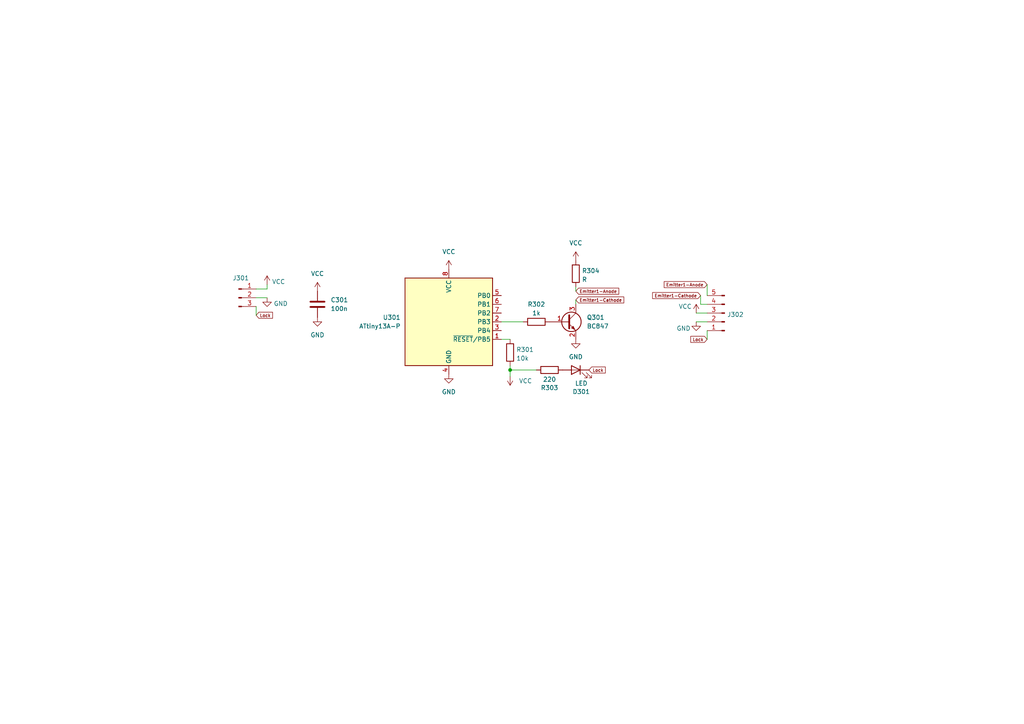
<source format=kicad_sch>
(kicad_sch (version 20230121) (generator eeschema)
  (paper "A4")
  (lib_symbols
    (symbol "Connector:Conn_01x03_Male" (pin_names (offset 1.016) hide)
      (property "Reference" "J" (at 0 5.08 0))
      (property "Value" "Conn_01x03_Male" (at 0 -5.08 0))
      (symbol "Conn_01x03_Male_1_1"
        (polyline (pts (xy 1.27 -2.54) (xy 0.8636 -2.54)) (stroke (width 0.1524)))
        (polyline (pts (xy 1.27 0) (xy 0.8636 0)) (stroke (width 0.1524)))
        (polyline (pts (xy 1.27 2.54) (xy 0.8636 2.54)) (stroke (width 0.1524)))
        (rectangle (start 0.8636 -2.413) (end 0 -2.667) (stroke (width 0.1524)) (fill (type outline)))
        (rectangle (start 0.8636 0.127) (end 0 -0.127) (stroke (width 0.1524)) (fill (type outline)))
        (rectangle (start 0.8636 2.667) (end 0 2.413) (stroke (width 0.1524)) (fill (type outline)))
        (pin passive line (at 5.08 2.54 180) (length 3.81) (name "Pin_1") (number "1"))
        (pin passive line (at 5.08 0 180) (length 3.81) (name "Pin_2") (number "2"))
        (pin passive line (at 5.08 -2.54 180) (length 3.81) (name "Pin_3") (number "3"))
      )
    )
    (symbol "Connector:Conn_01x05_Male" (pin_names (offset 1.016) hide)
      (property "Reference" "J" (at 0 7.62 0))
      (property "Value" "Conn_01x05_Male" (at 0 -7.62 0))
      (symbol "Conn_01x05_Male_1_1"
        (polyline (pts (xy 1.27 -5.08) (xy 0.8636 -5.08)) (stroke (width 0.1524)))
        (polyline (pts (xy 1.27 -2.54) (xy 0.8636 -2.54)) (stroke (width 0.1524)))
        (polyline (pts (xy 1.27 0) (xy 0.8636 0)) (stroke (width 0.1524)))
        (polyline (pts (xy 1.27 2.54) (xy 0.8636 2.54)) (stroke (width 0.1524)))
        (polyline (pts (xy 1.27 5.08) (xy 0.8636 5.08)) (stroke (width 0.1524)))
        (rectangle (start 0.8636 -4.953) (end 0 -5.207) (stroke (width 0.1524)) (fill (type outline)))
        (rectangle (start 0.8636 -2.413) (end 0 -2.667) (stroke (width 0.1524)) (fill (type outline)))
        (rectangle (start 0.8636 0.127) (end 0 -0.127) (stroke (width 0.1524)) (fill (type outline)))
        (rectangle (start 0.8636 2.667) (end 0 2.413) (stroke (width 0.1524)) (fill (type outline)))
        (rectangle (start 0.8636 5.207) (end 0 4.953) (stroke (width 0.1524)) (fill (type outline)))
        (pin passive line (at 5.08 5.08 180) (length 3.81) (name "Pin_1") (number "1"))
        (pin passive line (at 5.08 2.54 180) (length 3.81) (name "Pin_2") (number "2"))
        (pin passive line (at 5.08 0 180) (length 3.81) (name "Pin_3") (number "3"))
        (pin passive line (at 5.08 -2.54 180) (length 3.81) (name "Pin_4") (number "4"))
        (pin passive line (at 5.08 -5.08 180) (length 3.81) (name "Pin_5") (number "5"))
      )
    )
    (symbol "Device:C" (pin_numbers hide) (pin_names (offset 0.254))
      (property "Reference" "C" (at 0.635 2.54 0))
      (property "Value" "C" (at 0.635 -2.54 0))
      (symbol "C_0_1"
        (polyline (pts (xy -2.032 -0.762) (xy 2.032 -0.762)) (stroke (width 0.508)))
        (polyline (pts (xy -2.032 0.762) (xy 2.032 0.762)) (stroke (width 0.508)))
      )
      (symbol "C_1_1"
        (pin passive line (at 0 3.81 270) (length 2.794) (name "~") (number "1"))
        (pin passive line (at 0 -3.81 90) (length 2.794) (name "~") (number "2"))
      )
    )
    (symbol "Device:LED" (pin_numbers hide) (pin_names (offset 1.016) hide)
      (property "Reference" "D" (at 0 2.54 0))
      (property "Value" "LED" (at 0 -2.54 0))
      (symbol "LED_0_1"
        (polyline (pts (xy -1.27 -1.27) (xy -1.27 1.27)) (stroke (width 0.254)))
        (polyline (pts (xy -1.27 0) (xy 1.27 0)))
        (polyline (pts (xy 1.27 -1.27) (xy 1.27 1.27) (xy -1.27 0) (xy 1.27 -1.27)) (stroke (width 0.254)))
        (polyline (pts (xy -3.048 -0.762) (xy -4.572 -2.286) (xy -3.81 -2.286) (xy -4.572 -2.286) (xy -4.572 -1.524)))
        (polyline (pts (xy -1.778 -0.762) (xy -3.302 -2.286) (xy -2.54 -2.286) (xy -3.302 -2.286) (xy -3.302 -1.524)))
      )
      (symbol "LED_1_1"
        (pin passive line (at -3.81 0 0) (length 2.54) (name "K") (number "1"))
        (pin passive line (at 3.81 0 180) (length 2.54) (name "A") (number "2"))
      )
    )
    (symbol "Device:R" (pin_numbers hide) (pin_names (offset 0))
      (property "Reference" "R" (at 2.032 0 90))
      (property "Value" "R" (at 0 0 90))
      (symbol "R_0_1"
        (rectangle (start -1.016 -2.54) (end 1.016 2.54) (stroke (width 0.254)))
      )
      (symbol "R_1_1"
        (pin passive line (at 0 3.81 270) (length 1.27) (name "~") (number "1"))
        (pin passive line (at 0 -3.81 90) (length 1.27) (name "~") (number "2"))
      )
    )
    (symbol "MCU_Microchip_ATtiny:ATtiny13A-P"
      (property "Reference" "U" (at -12.7 13.97 0))
      (property "Value" "ATtiny13A-P" (at 2.54 -13.97 0))
      (symbol "ATtiny13A-P_0_1"
        (rectangle (start -12.7 -12.7) (end 12.7 12.7) (stroke (width 0.254)) (fill (type background)))
      )
      (symbol "ATtiny13A-P_1_1"
        (pin bidirectional line (at 15.24 -5.08 180) (length 2.54) (name "~{RESET}/PB5") (number "1"))
        (pin bidirectional line (at 15.24 0 180) (length 2.54) (name "PB3") (number "2"))
        (pin bidirectional line (at 15.24 -2.54 180) (length 2.54) (name "PB4") (number "3"))
        (pin power_in line (at 0 -15.24 90) (length 2.54) (name "GND") (number "4"))
        (pin bidirectional line (at 15.24 7.62 180) (length 2.54) (name "PB0") (number "5"))
        (pin bidirectional line (at 15.24 5.08 180) (length 2.54) (name "PB1") (number "6"))
        (pin bidirectional line (at 15.24 2.54 180) (length 2.54) (name "PB2") (number "7"))
        (pin power_in line (at 0 15.24 270) (length 2.54) (name "VCC") (number "8"))
      )
    )
    (symbol "Transistor_BJT:BC847" (pin_names (offset 0) hide)
      (property "Reference" "Q" (at 5.08 1.905 0))
      (property "Value" "BC847" (at 5.08 0 0))
      (symbol "BC847_0_1"
        (polyline (pts (xy 0.635 0.635) (xy 2.54 2.54)))
        (polyline (pts (xy 0.635 -0.635) (xy 2.54 -2.54) (xy 2.54 -2.54)))
        (polyline (pts (xy 0.635 1.905) (xy 0.635 -1.905) (xy 0.635 -1.905)) (stroke (width 0.508)))
        (polyline (pts (xy 1.27 -1.778) (xy 1.778 -1.27) (xy 2.286 -2.286) (xy 1.27 -1.778) (xy 1.27 -1.778)) (fill (type outline)))
        (circle (center 1.27 0) (radius 2.8194) (stroke (width 0.254)))
      )
      (symbol "BC847_1_1"
        (pin input line (at -5.08 0 0) (length 5.715) (name "B") (number "1"))
        (pin passive line (at 2.54 -5.08 90) (length 2.54) (name "E") (number "2"))
        (pin passive line (at 2.54 5.08 270) (length 2.54) (name "C") (number "3"))
      )
    )
    (symbol "power:GND" (power) (pin_names (offset 0))
      (property "Value" "GND" (at 0 -3.81 0))
      (symbol "GND_0_1"
        (polyline (pts (xy 0 0) (xy 0 -1.27) (xy 1.27 -1.27) (xy 0 -2.54) (xy -1.27 -1.27) (xy 0 -1.27)))
      )
      (symbol "GND_1_1"
        (pin power_in line (at 0 0 270) (length 0) hide (name "GND") (number "1"))
      )
    )
    (symbol "power:VCC" (power) (pin_names (offset 0))
      (property "Value" "VCC" (at 0 3.81 0))
      (symbol "VCC_0_1"
        (polyline (pts (xy -0.762 1.27) (xy 0 2.54)))
        (polyline (pts (xy 0 0) (xy 0 2.54)))
        (polyline (pts (xy 0 2.54) (xy 0.762 1.27)))
      )
      (symbol "VCC_1_1"
        (pin power_in line (at 0 0 90) (length 0) hide (name "VCC") (number "1"))
      )
    )
  )
  (junction (at 147.955 107.315))
  (wire (pts (xy 147.955 107.315) (xy 147.955 106.045)))
  (wire (pts (xy 147.955 109.22) (xy 147.955 107.315)))
  (wire (pts (xy 167.005 83.185) (xy 167.005 84.455)))
  (wire (pts (xy 74.295 88.9) (xy 74.295 91.44)))
  (wire (pts (xy 201.93 93.345) (xy 205.105 93.345)))
  (wire (pts (xy 167.005 86.995) (xy 167.005 88.265)))
  (wire (pts (xy 74.295 83.82) (xy 77.47 83.82)))
  (wire (pts (xy 145.415 98.425) (xy 147.955 98.425)))
  (wire (pts (xy 145.415 93.345) (xy 151.765 93.345)))
  (wire (pts (xy 74.295 86.36) (xy 77.47 86.36)))
  (wire (pts (xy 205.105 98.425) (xy 205.105 95.885)))
  (wire (pts (xy 77.47 82.55) (xy 77.47 83.82)))
  (wire (pts (xy 203.2 88.265) (xy 203.2 85.725)))
  (wire (pts (xy 147.955 107.315) (xy 155.575 107.315)))
  (wire (pts (xy 205.105 82.55) (xy 205.105 85.725)))
  (wire (pts (xy 205.105 88.265) (xy 203.2 88.265)))
  (wire (pts (xy 201.93 90.805) (xy 205.105 90.805)))
  (global_label "Emitter1-Anode" (shape input) (at 205.105 82.55 180) (effects (font (size 0.9 0.9))) (property "Intersheetrefs" "${INTERSHEET_REFS}" (effects hide)) (property "Referenzen zwischen Schaltplänen" "${INTERSHEET_REFS}" (effects hide)))
  (global_label "Lock" (shape input) (at 74.295 91.44 0) (effects (font (size 0.9 0.9))) (property "Intersheetrefs" "${INTERSHEET_REFS}" (effects hide)) (property "Referenzen zwischen Schaltplänen" "${INTERSHEET_REFS}" (effects hide)))
  (global_label "Lock" (shape input) (at 205.105 98.425 180) (effects (font (size 0.9 0.9))) (property "Intersheetrefs" "${INTERSHEET_REFS}" (effects hide)) (property "Referenzen zwischen Schaltplänen" "${INTERSHEET_REFS}" (effects hide)))
  (global_label "Emitter1-Cathode" (shape input) (at 167.005 86.995 0) (effects (font (size 0.9 0.9))) (property "Intersheetrefs" "${INTERSHEET_REFS}" (effects hide)) (property "Referenzen zwischen Schaltplänen" "${INTERSHEET_REFS}" (effects hide)))
  (global_label "Emitter1-Cathode" (shape input) (at 203.2 85.725 180) (effects (font (size 0.9 0.9))) (property "Intersheetrefs" "${INTERSHEET_REFS}" (effects hide)) (property "Referenzen zwischen Schaltplänen" "${INTERSHEET_REFS}" (effects hide)))
  (global_label "Emitter1-Anode" (shape input) (at 167.005 84.455 0) (effects (font (size 0.9 0.9))) (property "Intersheetrefs" "${INTERSHEET_REFS}" (effects hide)) (property "Referenzen zwischen Schaltplänen" "${INTERSHEET_REFS}" (effects hide)))
  (global_label "Lock" (shape input) (at 170.815 107.315 0) (effects (font (size 0.9 0.9))) (property "Intersheetrefs" "${INTERSHEET_REFS}" (effects hide)))
  (symbol (lib_id "Device:R") (at 167.005 79.375 180) (unit 1)
    (property "Reference" "R304" (at 168.783 78.5403 0) (effects (justify right)))
    (property "Value" "R" (at 168.783 81.0772 0) (effects (justify right)))
    (property "Footprint" "Connector_PinHeader_2.54mm:PinHeader_1x02_P2.54mm_Vertical" (effects hide))
  )
  (symbol (lib_id "power:VCC") (at 92.075 84.455 0) (unit 1)
    (property "Reference" "#PWR0303" (effects hide))
    (property "Value" "VCC" (at 92.075 79.375 0))
  )
  (symbol (lib_id "Connector:Conn_01x05_Male") (at 210.185 90.805 180) (unit 1)
    (property "Reference" "J302" (at 210.8962 91.2388 0) (effects (justify right)))
    (property "Value" "Conn_01x05_Male" (effects hide))
    (property "Footprint" "Connector_JST:JST_XH_S5B-XH-A-1_1x05_P2.50mm_Horizontal" (effects hide))
  )
  (symbol (lib_id "power:VCC") (at 77.47 82.55 0) (unit 1)
    (property "Reference" "#PWR0301" (effects hide))
    (property "Value" "VCC" (at 78.867 81.7138 0) (effects (justify left)))
  )
  (symbol (lib_id "power:GND") (at 130.175 108.585 0) (unit 1)
    (property "Reference" "#PWR0306" (effects hide))
    (property "Value" "GND" (at 130.175 113.665 0))
  )
  (symbol (lib_id "power:VCC") (at 130.175 78.105 0) (unit 1)
    (property "Reference" "#PWR0305" (effects hide))
    (property "Value" "VCC" (at 130.175 73.025 0))
  )
  (symbol (lib_id "Device:R") (at 147.955 102.235 180) (unit 1)
    (property "Reference" "R301" (at 149.733 101.4003 0) (effects (justify right)))
    (property "Value" "10k" (at 149.733 103.9372 0) (effects (justify right)))
    (property "Footprint" "Resistor_SMD:R_0805_2012Metric_Pad1.20x1.40mm_HandSolder" (effects hide))
    (property "LCSC" "C17414" (effects hide))
  )
  (symbol (lib_id "Transistor_BJT:BC847") (at 164.465 93.345 0) (unit 1)
    (property "Reference" "Q301" (at 170.18 92.075 0) (effects (justify left)))
    (property "Value" "BC847" (at 170.18 94.615 0) (effects (justify left)))
    (property "Footprint" "Package_TO_SOT_SMD:SOT-23" (effects hide))
    (property "Datasheet" "http://www.infineon.com/dgdl/Infineon-BC847SERIES_BC848SERIES_BC849SERIES_BC850SERIES-DS-v01_01-en.pdf?fileId=db3a304314dca389011541d4630a1657" (effects hide))
  )
  (symbol (lib_id "Device:R") (at 155.575 93.345 90) (unit 1)
    (property "Reference" "R302" (at 155.575 88.265 90))
    (property "Value" "1k" (at 155.575 90.805 90))
    (property "Footprint" "Resistor_SMD:R_0805_2012Metric_Pad1.20x1.40mm_HandSolder" (effects hide))
    (property "LCSC" "C17513" (effects hide))
  )
  (symbol (lib_id "power:GND") (at 77.47 86.36 0) (unit 1)
    (property "Reference" "#PWR0302" (effects hide))
    (property "Value" "GND" (at 79.375 88.0638 0) (effects (justify left)))
  )
  (symbol (lib_id "power:VCC") (at 167.005 75.565 0) (unit 1)
    (property "Reference" "#PWR0308" (effects hide))
    (property "Value" "VCC" (at 167.005 70.485 0))
  )
  (symbol (lib_id "Device:C") (at 92.075 88.265 0) (unit 1)
    (property "Reference" "C301" (at 95.885 86.9949 0) (effects (justify left)))
    (property "Value" "100n" (at 95.885 89.5349 0) (effects (justify left)))
    (property "Footprint" "Capacitor_SMD:C_0805_2012Metric_Pad1.18x1.45mm_HandSolder" (effects hide))
    (property "LCSC" "C49678" (effects hide))
  )
  (symbol (lib_id "MCU_Microchip_ATtiny:ATtiny13A-P") (at 130.175 93.345 0) (unit 1)
    (property "Reference" "U301" (at 116.205 92.0749 0) (effects (justify right)))
    (property "Value" "ATtiny13A-P" (at 116.205 94.6149 0) (effects (justify right)))
    (property "Footprint" "Package_DIP:DIP-8_W7.62mm" (effects hide))
    (property "Datasheet" "http://ww1.microchip.com/downloads/en/DeviceDoc/doc8126.pdf" (effects hide))
  )
  (symbol (lib_id "Connector:Conn_01x03_Male") (at 69.215 86.36 0) (unit 1)
    (property "Reference" "J301" (at 69.85 80.645 0))
    (property "Value" "Conn_01x03_Male" (effects hide))
    (property "Footprint" "Connector_JST:JST_XH_S3B-XH-A-1_1x03_P2.50mm_Horizontal" (effects hide))
  )
  (symbol (lib_id "power:VCC") (at 201.93 90.805 0) (unit 1)
    (property "Reference" "#PWR0310" (effects hide))
    (property "Value" "VCC" (at 200.66 88.9 0) (effects (justify right)))
  )
  (symbol (lib_id "power:VCC") (at 147.955 109.22 180) (unit 1)
    (property "Reference" "#PWR0307" (effects hide))
    (property "Value" "VCC" (at 150.495 110.4899 0) (effects (justify right)))
  )
  (symbol (lib_id "Device:LED") (at 167.005 107.315 0) (mirror y) (unit 1)
    (property "Reference" "D301" (at 168.5925 113.6183 0))
    (property "Value" "LED" (at 168.5925 111.1941 0))
    (property "Footprint" "LED_THT:LED_D3.0mm" (effects hide))
  )
  (symbol (lib_id "power:GND") (at 167.005 98.425 0) (unit 1)
    (property "Reference" "#PWR0309" (effects hide))
    (property "Value" "GND" (at 167.005 103.505 0))
  )
  (symbol (lib_id "power:GND") (at 92.075 92.075 0) (unit 1)
    (property "Reference" "#PWR0304" (effects hide))
    (property "Value" "GND" (at 92.075 97.155 0))
  )
  (symbol (lib_id "Device:R") (at 159.385 107.315 90) (unit 1)
    (property "Reference" "R303" (at 159.385 112.4753 90))
    (property "Value" "220" (at 159.385 110.0511 90))
    (property "Footprint" "Resistor_SMD:R_0805_2012Metric" (effects hide))
    (property "LCSC" "C17557" (effects hide))
  )
  (symbol (lib_id "power:GND") (at 201.93 93.345 0) (unit 1)
    (property "Reference" "#PWR0311" (effects hide))
    (property "Value" "GND" (at 196.215 95.25 0) (effects (justify left)))
  )
)
</source>
